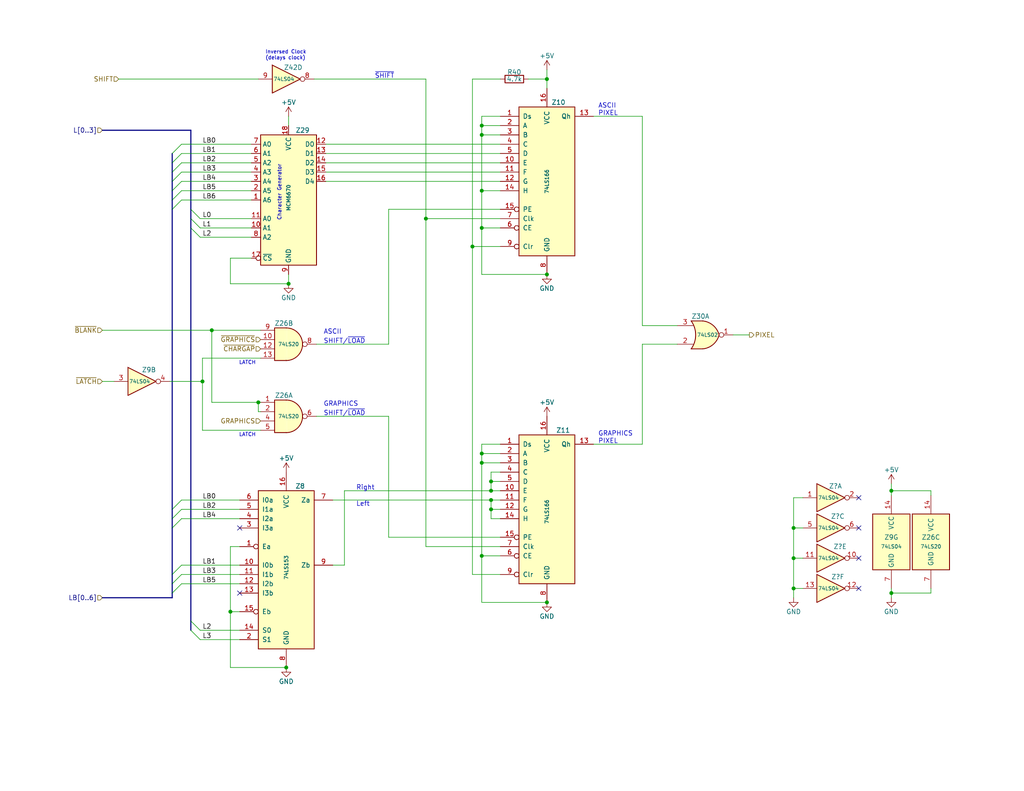
<source format=kicad_sch>
(kicad_sch (version 20230121) (generator eeschema)
  (paper "USLetter")
  (title_block (title "TRS-80 Model I") (date "2023-10-24") (rev "G") (company "RetroStack - Marcel Erz") (comment 2 "Video generator for text and block graphics through 7th bit selection") (comment 4 "Video Generator"))
  (lib_symbols
    (symbol "74xx:74LS02" (pin_names (offset 1.016))
      (property "Reference" "U" (at 0 1.27 0))
      (property "Value" "74LS02" (at 0 -1.27 0))
      (symbol "74LS02_1_1"
        (arc (start -3.81 -3.81) (mid -2.589 0) (end -3.81 3.81) (stroke (width 0.254)))
        (arc (start -0.6096 -3.81) (mid 2.1842 -2.5851) (end 3.81 0) (stroke (width 0.254)) (fill (type background)))
        (polyline (pts (xy -3.81 -3.81) (xy -0.635 -3.81)) (stroke (width 0.254)) (fill (type background)))
        (polyline (pts (xy -3.81 3.81) (xy -0.635 3.81)) (stroke (width 0.254)) (fill (type background)))
        (polyline (pts (xy -0.635 3.81) (xy -3.81 3.81) (xy -3.81 3.81) (xy -3.556 3.4036) (xy -3.0226 2.2606) (xy -2.6924 1.0414) (xy -2.6162 -0.254) (xy -2.7686 -1.4986) (xy -3.175 -2.7178) (xy -3.81 -3.81) (xy -3.81 -3.81) (xy -0.635 -3.81)) (stroke (width -25.4)) (fill (type background)))
        (arc (start 3.81 0) (mid 2.1915 2.5936) (end -0.6096 3.81) (stroke (width 0.254)) (fill (type background)))
        (pin output inverted (at 7.62 0 180) (length 3.81) (name "~") (number "1"))
        (pin input line (at -7.62 2.54 0) (length 4.318) (name "~") (number "2"))
        (pin input line (at -7.62 -2.54 0) (length 4.318) (name "~") (number "3"))
      )
      (symbol "74LS02_1_2"
        (arc (start 0 -3.81) (mid 3.7934 0) (end 0 3.81) (stroke (width 0.254)) (fill (type background)))
        (polyline (pts (xy 0 3.81) (xy -3.81 3.81) (xy -3.81 -3.81) (xy 0 -3.81)) (stroke (width 0.254)) (fill (type background)))
        (pin output line (at 7.62 0 180) (length 3.81) (name "~") (number "1"))
        (pin input inverted (at -7.62 2.54 0) (length 3.81) (name "~") (number "2"))
        (pin input inverted (at -7.62 -2.54 0) (length 3.81) (name "~") (number "3"))
      )
      (symbol "74LS02_2_1"
        (arc (start -3.81 -3.81) (mid -2.589 0) (end -3.81 3.81) (stroke (width 0.254)))
        (arc (start -0.6096 -3.81) (mid 2.1842 -2.5851) (end 3.81 0) (stroke (width 0.254)) (fill (type background)))
        (polyline (pts (xy -3.81 -3.81) (xy -0.635 -3.81)) (stroke (width 0.254)) (fill (type background)))
        (polyline (pts (xy -3.81 3.81) (xy -0.635 3.81)) (stroke (width 0.254)) (fill (type background)))
        (polyline (pts (xy -0.635 3.81) (xy -3.81 3.81) (xy -3.81 3.81) (xy -3.556 3.4036) (xy -3.0226 2.2606) (xy -2.6924 1.0414) (xy -2.6162 -0.254) (xy -2.7686 -1.4986) (xy -3.175 -2.7178) (xy -3.81 -3.81) (xy -3.81 -3.81) (xy -0.635 -3.81)) (stroke (width -25.4)) (fill (type background)))
        (arc (start 3.81 0) (mid 2.1915 2.5936) (end -0.6096 3.81) (stroke (width 0.254)) (fill (type background)))
        (pin output inverted (at 7.62 0 180) (length 3.81) (name "~") (number "4"))
        (pin input line (at -7.62 2.54 0) (length 4.318) (name "~") (number "5"))
        (pin input line (at -7.62 -2.54 0) (length 4.318) (name "~") (number "6"))
      )
      (symbol "74LS02_2_2"
        (arc (start 0 -3.81) (mid 3.7934 0) (end 0 3.81) (stroke (width 0.254)) (fill (type background)))
        (polyline (pts (xy 0 3.81) (xy -3.81 3.81) (xy -3.81 -3.81) (xy 0 -3.81)) (stroke (width 0.254)) (fill (type background)))
        (pin output line (at 7.62 0 180) (length 3.81) (name "~") (number "4"))
        (pin input inverted (at -7.62 2.54 0) (length 3.81) (name "~") (number "5"))
        (pin input inverted (at -7.62 -2.54 0) (length 3.81) (name "~") (number "6"))
      )
      (symbol "74LS02_3_1"
        (arc (start -3.81 -3.81) (mid -2.589 0) (end -3.81 3.81) (stroke (width 0.254)))
        (arc (start -0.6096 -3.81) (mid 2.1842 -2.5851) (end 3.81 0) (stroke (width 0.254)) (fill (type background)))
        (polyline (pts (xy -3.81 -3.81) (xy -0.635 -3.81)) (stroke (width 0.254)) (fill (type background)))
        (polyline (pts (xy -3.81 3.81) (xy -0.635 3.81)) (stroke (width 0.254)) (fill (type background)))
        (polyline (pts (xy -0.635 3.81) (xy -3.81 3.81) (xy -3.81 3.81) (xy -3.556 3.4036) (xy -3.0226 2.2606) (xy -2.6924 1.0414) (xy -2.6162 -0.254) (xy -2.7686 -1.4986) (xy -3.175 -2.7178) (xy -3.81 -3.81) (xy -3.81 -3.81) (xy -0.635 -3.81)) (stroke (width -25.4)) (fill (type background)))
        (arc (start 3.81 0) (mid 2.1915 2.5936) (end -0.6096 3.81) (stroke (width 0.254)) (fill (type background)))
        (pin output inverted (at 7.62 0 180) (length 3.81) (name "~") (number "10"))
        (pin input line (at -7.62 2.54 0) (length 4.318) (name "~") (number "8"))
        (pin input line (at -7.62 -2.54 0) (length 4.318) (name "~") (number "9"))
      )
      (symbol "74LS02_3_2"
        (arc (start 0 -3.81) (mid 3.7934 0) (end 0 3.81) (stroke (width 0.254)) (fill (type background)))
        (polyline (pts (xy 0 3.81) (xy -3.81 3.81) (xy -3.81 -3.81) (xy 0 -3.81)) (stroke (width 0.254)) (fill (type background)))
        (pin output line (at 7.62 0 180) (length 3.81) (name "~") (number "10"))
        (pin input inverted (at -7.62 2.54 0) (length 3.81) (name "~") (number "8"))
        (pin input inverted (at -7.62 -2.54 0) (length 3.81) (name "~") (number "9"))
      )
      (symbol "74LS02_4_1"
        (arc (start -3.81 -3.81) (mid -2.589 0) (end -3.81 3.81) (stroke (width 0.254)))
        (arc (start -0.6096 -3.81) (mid 2.1842 -2.5851) (end 3.81 0) (stroke (width 0.254)) (fill (type background)))
        (polyline (pts (xy -3.81 -3.81) (xy -0.635 -3.81)) (stroke (width 0.254)) (fill (type background)))
        (polyline (pts (xy -3.81 3.81) (xy -0.635 3.81)) (stroke (width 0.254)) (fill (type background)))
        (polyline (pts (xy -0.635 3.81) (xy -3.81 3.81) (xy -3.81 3.81) (xy -3.556 3.4036) (xy -3.0226 2.2606) (xy -2.6924 1.0414) (xy -2.6162 -0.254) (xy -2.7686 -1.4986) (xy -3.175 -2.7178) (xy -3.81 -3.81) (xy -3.81 -3.81) (xy -0.635 -3.81)) (stroke (width -25.4)) (fill (type background)))
        (arc (start 3.81 0) (mid 2.1915 2.5936) (end -0.6096 3.81) (stroke (width 0.254)) (fill (type background)))
        (pin input line (at -7.62 2.54 0) (length 4.318) (name "~") (number "11"))
        (pin input line (at -7.62 -2.54 0) (length 4.318) (name "~") (number "12"))
        (pin output inverted (at 7.62 0 180) (length 3.81) (name "~") (number "13"))
      )
      (symbol "74LS02_4_2"
        (arc (start 0 -3.81) (mid 3.7934 0) (end 0 3.81) (stroke (width 0.254)) (fill (type background)))
        (polyline (pts (xy 0 3.81) (xy -3.81 3.81) (xy -3.81 -3.81) (xy 0 -3.81)) (stroke (width 0.254)) (fill (type background)))
        (pin input inverted (at -7.62 2.54 0) (length 3.81) (name "~") (number "11"))
        (pin input inverted (at -7.62 -2.54 0) (length 3.81) (name "~") (number "12"))
        (pin output line (at 7.62 0 180) (length 3.81) (name "~") (number "13"))
      )
      (symbol "74LS02_5_0"
        (pin power_in line (at 0 12.7 270) (length 5.08) (name "VCC") (number "14"))
        (pin power_in line (at 0 -12.7 90) (length 5.08) (name "GND") (number "7"))
      )
      (symbol "74LS02_5_1"
        (rectangle (start -5.08 7.62) (end 5.08 -7.62) (stroke (width 0.254)) (fill (type background)))
      )
    )
    (symbol "74xx:74LS04"
      (property "Reference" "U" (at 0 1.27 0))
      (property "Value" "74LS04" (at 0 -1.27 0))
      (symbol "74LS04_1_0"
        (polyline (pts (xy -3.81 3.81) (xy -3.81 -3.81) (xy 3.81 0) (xy -3.81 3.81)) (stroke (width 0.254)) (fill (type background)))
        (pin input line (at -7.62 0 0) (length 3.81) (name "~") (number "1"))
        (pin output inverted (at 7.62 0 180) (length 3.81) (name "~") (number "2"))
      )
      (symbol "74LS04_2_0"
        (polyline (pts (xy -3.81 3.81) (xy -3.81 -3.81) (xy 3.81 0) (xy -3.81 3.81)) (stroke (width 0.254)) (fill (type background)))
        (pin input line (at -7.62 0 0) (length 3.81) (name "~") (number "3"))
        (pin output inverted (at 7.62 0 180) (length 3.81) (name "~") (number "4"))
      )
      (symbol "74LS04_3_0"
        (polyline (pts (xy -3.81 3.81) (xy -3.81 -3.81) (xy 3.81 0) (xy -3.81 3.81)) (stroke (width 0.254)) (fill (type background)))
        (pin input line (at -7.62 0 0) (length 3.81) (name "~") (number "5"))
        (pin output inverted (at 7.62 0 180) (length 3.81) (name "~") (number "6"))
      )
      (symbol "74LS04_4_0"
        (polyline (pts (xy -3.81 3.81) (xy -3.81 -3.81) (xy 3.81 0) (xy -3.81 3.81)) (stroke (width 0.254)) (fill (type background)))
        (pin output inverted (at 7.62 0 180) (length 3.81) (name "~") (number "8"))
        (pin input line (at -7.62 0 0) (length 3.81) (name "~") (number "9"))
      )
      (symbol "74LS04_5_0"
        (polyline (pts (xy -3.81 3.81) (xy -3.81 -3.81) (xy 3.81 0) (xy -3.81 3.81)) (stroke (width 0.254)) (fill (type background)))
        (pin output inverted (at 7.62 0 180) (length 3.81) (name "~") (number "10"))
        (pin input line (at -7.62 0 0) (length 3.81) (name "~") (number "11"))
      )
      (symbol "74LS04_6_0"
        (polyline (pts (xy -3.81 3.81) (xy -3.81 -3.81) (xy 3.81 0) (xy -3.81 3.81)) (stroke (width 0.254)) (fill (type background)))
        (pin output inverted (at 7.62 0 180) (length 3.81) (name "~") (number "12"))
        (pin input line (at -7.62 0 0) (length 3.81) (name "~") (number "13"))
      )
      (symbol "74LS04_7_0"
        (pin power_in line (at 0 12.7 270) (length 5.08) (name "VCC") (number "14"))
        (pin power_in line (at 0 -12.7 90) (length 5.08) (name "GND") (number "7"))
      )
      (symbol "74LS04_7_1"
        (rectangle (start -5.08 7.62) (end 5.08 -7.62) (stroke (width 0.254)) (fill (type background)))
      )
    )
    (symbol "74xx:74LS153" (pin_names (offset 1.016))
      (property "Reference" "U" (at -7.62 21.59 0))
      (property "Value" "74LS153" (at -7.62 -24.13 0))
      (symbol "74LS153_1_0"
        (pin input inverted (at -12.7 5.08 0) (length 5.08) (name "Ea") (number "1"))
        (pin input line (at -12.7 0 0) (length 5.08) (name "I0b") (number "10"))
        (pin input line (at -12.7 -2.54 0) (length 5.08) (name "I1b") (number "11"))
        (pin input line (at -12.7 -5.08 0) (length 5.08) (name "I2b") (number "12"))
        (pin input line (at -12.7 -7.62 0) (length 5.08) (name "I3b") (number "13"))
        (pin input line (at -12.7 -17.78 0) (length 5.08) (name "S0") (number "14"))
        (pin input inverted (at -12.7 -12.7 0) (length 5.08) (name "Eb") (number "15"))
        (pin power_in line (at 0 25.4 270) (length 5.08) (name "VCC") (number "16"))
        (pin input line (at -12.7 -20.32 0) (length 5.08) (name "S1") (number "2"))
        (pin input line (at -12.7 10.16 0) (length 5.08) (name "I3a") (number "3"))
        (pin input line (at -12.7 12.7 0) (length 5.08) (name "I2a") (number "4"))
        (pin input line (at -12.7 15.24 0) (length 5.08) (name "I1a") (number "5"))
        (pin input line (at -12.7 17.78 0) (length 5.08) (name "I0a") (number "6"))
        (pin output line (at 12.7 17.78 180) (length 5.08) (name "Za") (number "7"))
        (pin power_in line (at 0 -27.94 90) (length 5.08) (name "GND") (number "8"))
        (pin output line (at 12.7 0 180) (length 5.08) (name "Zb") (number "9"))
      )
      (symbol "74LS153_1_1"
        (rectangle (start -7.62 20.32) (end 7.62 -22.86) (stroke (width 0.254)) (fill (type background)))
      )
    )
    (symbol "74xx:74LS166" (pin_names (offset 1.016))
      (property "Reference" "U" (at -7.62 21.59 0))
      (property "Value" "74LS166" (at -7.62 -21.59 0))
      (symbol "74LS166_1_0"
        (pin input line (at -12.7 17.78 0) (length 5.08) (name "Ds") (number "1"))
        (pin input line (at -12.7 5.08 0) (length 5.08) (name "E") (number "10"))
        (pin input line (at -12.7 2.54 0) (length 5.08) (name "F") (number "11"))
        (pin input line (at -12.7 0 0) (length 5.08) (name "G") (number "12"))
        (pin output line (at 12.7 17.78 180) (length 5.08) (name "Qh") (number "13"))
        (pin input line (at -12.7 -2.54 0) (length 5.08) (name "H") (number "14"))
        (pin input inverted (at -12.7 -7.62 0) (length 5.08) (name "PE") (number "15"))
        (pin power_in line (at 0 25.4 270) (length 5.08) (name "VCC") (number "16"))
        (pin input line (at -12.7 15.24 0) (length 5.08) (name "A") (number "2"))
        (pin input line (at -12.7 12.7 0) (length 5.08) (name "B") (number "3"))
        (pin input line (at -12.7 10.16 0) (length 5.08) (name "C") (number "4"))
        (pin input line (at -12.7 7.62 0) (length 5.08) (name "D") (number "5"))
        (pin input inverted (at -12.7 -12.7 0) (length 5.08) (name "CE") (number "6"))
        (pin input line (at -12.7 -10.16 0) (length 5.08) (name "Clk") (number "7"))
        (pin power_in line (at 0 -25.4 90) (length 5.08) (name "GND") (number "8"))
        (pin input inverted (at -12.7 -17.78 0) (length 5.08) (name "Clr") (number "9"))
      )
      (symbol "74LS166_1_1"
        (rectangle (start -7.62 20.32) (end 7.62 -20.32) (stroke (width 0.254)) (fill (type background)))
      )
    )
    (symbol "74xx:74LS20" (pin_names (offset 1.016))
      (property "Reference" "U" (at 0 1.27 0))
      (property "Value" "74LS20" (at 0 -1.27 0))
      (symbol "74LS20_1_1"
        (arc (start -0.635 -4.445) (mid 3.7907 0) (end -0.635 4.445) (stroke (width 0.254)) (fill (type background)))
        (polyline (pts (xy -0.635 4.445) (xy -3.81 4.445) (xy -3.81 -4.445) (xy -0.635 -4.445)) (stroke (width 0.254)) (fill (type background)))
        (pin input line (at -7.62 3.81 0) (length 3.81) (name "~") (number "1"))
        (pin input line (at -7.62 1.27 0) (length 3.81) (name "~") (number "2"))
        (pin input line (at -7.62 -1.27 0) (length 3.81) (name "~") (number "4"))
        (pin input line (at -7.62 -3.81 0) (length 3.81) (name "~") (number "5"))
        (pin output inverted (at 7.62 0 180) (length 3.81) (name "~") (number "6"))
      )
      (symbol "74LS20_1_2"
        (arc (start -3.81 -4.445) (mid -2.5908 0) (end -3.81 4.445) (stroke (width 0.254)))
        (arc (start -0.6096 -4.445) (mid 2.2246 -2.8422) (end 3.81 0) (stroke (width 0.254)) (fill (type background)))
        (polyline (pts (xy -3.81 -4.445) (xy -0.635 -4.445)) (stroke (width 0.254)) (fill (type background)))
        (polyline (pts (xy -3.81 4.445) (xy -0.635 4.445)) (stroke (width 0.254)) (fill (type background)))
        (polyline (pts (xy -0.635 4.445) (xy -3.81 4.445) (xy -3.81 4.445) (xy -3.6322 4.0894) (xy -3.0988 2.921) (xy -2.7686 1.6764) (xy -2.6162 0.4318) (xy -2.6416 -0.8636) (xy -2.8702 -2.1082) (xy -3.2512 -3.3274) (xy -3.81 -4.445) (xy -3.81 -4.445) (xy -0.635 -4.445)) (stroke (width -25.4)) (fill (type background)))
        (arc (start 3.81 0) (mid 2.2204 2.8379) (end -0.6096 4.445) (stroke (width 0.254)) (fill (type background)))
        (pin input inverted (at -7.62 3.81 0) (length 3.81) (name "~") (number "1"))
        (pin input inverted (at -7.62 1.27 0) (length 4.826) (name "~") (number "2"))
        (pin input inverted (at -7.62 -1.27 0) (length 4.826) (name "~") (number "4"))
        (pin input inverted (at -7.62 -3.81 0) (length 3.81) (name "~") (number "5"))
        (pin output line (at 7.62 0 180) (length 3.81) (name "~") (number "6"))
      )
      (symbol "74LS20_2_1"
        (arc (start -0.635 -4.445) (mid 3.7907 0) (end -0.635 4.445) (stroke (width 0.254)) (fill (type background)))
        (polyline (pts (xy -0.635 4.445) (xy -3.81 4.445) (xy -3.81 -4.445) (xy -0.635 -4.445)) (stroke (width 0.254)) (fill (type background)))
        (pin input line (at -7.62 1.27 0) (length 3.81) (name "~") (number "10"))
        (pin input line (at -7.62 -1.27 0) (length 3.81) (name "~") (number "12"))
        (pin input line (at -7.62 -3.81 0) (length 3.81) (name "~") (number "13"))
        (pin output inverted (at 7.62 0 180) (length 3.81) (name "~") (number "8"))
        (pin input line (at -7.62 3.81 0) (length 3.81) (name "~") (number "9"))
      )
      (symbol "74LS20_2_2"
        (arc (start -3.81 -4.445) (mid -2.5908 0) (end -3.81 4.445) (stroke (width 0.254)))
        (arc (start -0.6096 -4.445) (mid 2.2246 -2.8422) (end 3.81 0) (stroke (width 0.254)) (fill (type background)))
        (polyline (pts (xy -3.81 -4.445) (xy -0.635 -4.445)) (stroke (width 0.254)) (fill (type background)))
        (polyline (pts (xy -3.81 4.445) (xy -0.635 4.445)) (stroke (width 0.254)) (fill (type background)))
        (polyline (pts (xy -0.635 4.445) (xy -3.81 4.445) (xy -3.81 4.445) (xy -3.6322 4.0894) (xy -3.0988 2.921) (xy -2.7686 1.6764) (xy -2.6162 0.4318) (xy -2.6416 -0.8636) (xy -2.8702 -2.1082) (xy -3.2512 -3.3274) (xy -3.81 -4.445) (xy -3.81 -4.445) (xy -0.635 -4.445)) (stroke (width -25.4)) (fill (type background)))
        (arc (start 3.81 0) (mid 2.2204 2.8379) (end -0.6096 4.445) (stroke (width 0.254)) (fill (type background)))
        (pin input inverted (at -7.62 1.27 0) (length 4.826) (name "~") (number "10"))
        (pin input inverted (at -7.62 -1.27 0) (length 4.826) (name "~") (number "12"))
        (pin input inverted (at -7.62 -3.81 0) (length 3.81) (name "~") (number "13"))
        (pin output line (at 7.62 0 180) (length 3.81) (name "~") (number "8"))
        (pin input inverted (at -7.62 3.81 0) (length 3.81) (name "~") (number "9"))
      )
      (symbol "74LS20_3_0"
        (pin power_in line (at 0 12.7 270) (length 5.08) (name "VCC") (number "14"))
        (pin power_in line (at 0 -12.7 90) (length 5.08) (name "GND") (number "7"))
      )
      (symbol "74LS20_3_1"
        (rectangle (start -5.08 7.62) (end 5.08 -7.62) (stroke (width 0.254)) (fill (type background)))
      )
    )
    (symbol "Device:R" (pin_numbers hide) (pin_names (offset 0))
      (property "Reference" "R" (at 2.032 0 90))
      (property "Value" "R" (at 0 0 90))
      (symbol "R_0_1"
        (rectangle (start -1.016 -2.54) (end 1.016 2.54) (stroke (width 0.254)))
      )
      (symbol "R_1_1"
        (pin passive line (at 0 3.81 270) (length 1.27) (name "~") (number "1"))
        (pin passive line (at 0 -3.81 90) (length 1.27) (name "~") (number "2"))
      )
    )
    (symbol "RetroStackLibrary:MCM6670P"
      (property "Reference" "U" (at 0 0 0))
      (property "Value" "MCM6670" (at 0 0 0))
      (symbol "MCM6670P_1_1"
        (rectangle (start -7.62 -5.715) (end 7.62 -41.275) (stroke (width 0.254)) (fill (type background)))
        (pin input line (at -10.16 -23.495 0) (length 2.54) (name "A6") (number "1"))
        (pin input line (at -10.16 -31.115 0) (length 2.54) (name "A1") (number "10"))
        (pin input line (at -10.16 -28.575 0) (length 2.54) (name "A0") (number "11"))
        (pin output line (at 10.16 -8.255 180) (length 2.54) (name "D0") (number "12"))
        (pin output line (at 10.16 -10.795 180) (length 2.54) (name "D1") (number "13"))
        (pin output line (at 10.16 -13.335 180) (length 2.54) (name "D2") (number "14"))
        (pin output line (at 10.16 -15.875 180) (length 2.54) (name "D3") (number "15"))
        (pin output line (at 10.16 -18.415 180) (length 2.54) (name "D4") (number "16"))
        (pin input inverted (at -10.16 -39.37 0) (length 2.54) (name "~{CS}") (number "17"))
        (pin power_in line (at 0 -3.175 270) (length 2.54) (name "VCC") (number "18"))
        (pin input line (at -10.16 -20.955 0) (length 2.54) (name "A5") (number "2"))
        (pin input line (at -10.16 -18.415 0) (length 2.54) (name "A4") (number "3"))
        (pin input line (at -10.16 -15.875 0) (length 2.54) (name "A3") (number "4"))
        (pin input line (at -10.16 -13.335 0) (length 2.54) (name "A2") (number "5"))
        (pin input line (at -10.16 -10.795 0) (length 2.54) (name "A1") (number "6"))
        (pin input line (at -10.16 -8.255 0) (length 2.54) (name "A0") (number "7"))
        (pin input line (at -10.16 -33.655 0) (length 2.54) (name "A2") (number "8"))
        (pin power_in line (at 0 -43.815 90) (length 2.54) (name "GND") (number "9"))
      )
    )
    (symbol "power:+5V" (power) (pin_names (offset 0))
      (property "Value" "+5V" (at 0 3.556 0))
      (symbol "+5V_0_1"
        (polyline (pts (xy -0.762 1.27) (xy 0 2.54)))
        (polyline (pts (xy 0 0) (xy 0 2.54)))
        (polyline (pts (xy 0 2.54) (xy 0.762 1.27)))
      )
      (symbol "+5V_1_1"
        (pin power_in line (at 0 0 90) (length 0) hide (name "+5V") (number "1"))
      )
    )
    (symbol "power:GND" (power) (pin_names (offset 0))
      (property "Value" "GND" (at 0 -3.81 0))
      (symbol "GND_0_1"
        (polyline (pts (xy 0 0) (xy 0 -1.27) (xy 1.27 -1.27) (xy 0 -2.54) (xy -1.27 -1.27) (xy 0 -1.27)))
      )
      (symbol "GND_1_1"
        (pin power_in line (at 0 0 270) (length 0) hide (name "GND") (number "1"))
      )
    )
  )
  (junction (at 57.785 90.17))
  (junction (at 133.985 133.985))
  (junction (at 131.445 36.83))
  (junction (at 55.245 104.14))
  (junction (at 78.74 77.47))
  (junction (at 216.535 144.145))
  (junction (at 131.445 34.29))
  (junction (at 62.865 167.005))
  (junction (at 216.535 152.4))
  (junction (at 131.445 126.365))
  (junction (at 149.225 74.93))
  (junction (at 243.205 133.985))
  (junction (at 133.985 136.525))
  (junction (at 216.535 160.655))
  (junction (at 243.205 161.925))
  (junction (at 78.105 182.245))
  (junction (at 133.985 131.445))
  (junction (at 131.445 52.07))
  (junction (at 70.485 109.855))
  (junction (at 131.445 62.23))
  (junction (at 116.205 59.69))
  (junction (at 131.445 151.765))
  (junction (at 131.445 123.825))
  (junction (at 149.225 164.465))
  (junction (at 133.985 139.065))
  (junction (at 128.905 67.31))
  (junction (at 149.225 21.59))
  (no_connect (at 65.405 161.925))
  (no_connect (at 234.315 135.89))
  (no_connect (at 234.315 144.145))
  (no_connect (at 234.315 160.655))
  (no_connect (at 65.405 144.145))
  (no_connect (at 234.315 152.4))
  (bus_entry (at 46.99 159.385) (size 2.54 -2.54))
  (bus_entry (at 46.99 52.07) (size 2.54 -2.54))
  (bus_entry (at 46.99 161.925) (size 2.54 -2.54))
  (bus_entry (at 46.99 156.845) (size 2.54 -2.54))
  (bus_entry (at 52.07 62.23) (size 2.54 2.54))
  (bus_entry (at 46.99 41.91) (size 2.54 -2.54))
  (bus_entry (at 52.07 172.085) (size 2.54 2.54))
  (bus_entry (at 46.99 46.99) (size 2.54 -2.54))
  (bus_entry (at 52.07 169.545) (size 2.54 2.54))
  (bus_entry (at 46.99 141.605) (size 2.54 -2.54))
  (bus_entry (at 52.07 57.15) (size 2.54 2.54))
  (bus_entry (at 46.99 57.15) (size 2.54 -2.54))
  (bus_entry (at 46.99 44.45) (size 2.54 -2.54))
  (bus_entry (at 46.99 49.53) (size 2.54 -2.54))
  (bus_entry (at 46.99 54.61) (size 2.54 -2.54))
  (bus_entry (at 46.99 139.065) (size 2.54 -2.54))
  (bus_entry (at 46.99 144.145) (size 2.54 -2.54))
  (bus_entry (at 52.07 59.69) (size 2.54 2.54))
  (wire (pts (xy 204.47 91.44) (xy 200.025 91.44)))
  (wire (pts (xy 175.26 88.9) (xy 175.26 31.75)))
  (wire (pts (xy 243.205 132.08) (xy 243.205 133.985)))
  (bus (pts (xy 52.07 62.23) (xy 52.07 169.545)))
  (wire (pts (xy 49.53 39.37) (xy 68.58 39.37)))
  (wire (pts (xy 55.245 117.475) (xy 55.245 104.14)))
  (wire (pts (xy 131.445 62.23) (xy 136.525 62.23)))
  (wire (pts (xy 54.61 62.23) (xy 68.58 62.23)))
  (wire (pts (xy 70.485 109.855) (xy 71.12 109.855)))
  (wire (pts (xy 161.925 31.75) (xy 175.26 31.75)))
  (wire (pts (xy 106.045 146.685) (xy 136.525 146.685)))
  (wire (pts (xy 131.445 151.765) (xy 136.525 151.765)))
  (wire (pts (xy 131.445 126.365) (xy 131.445 151.765)))
  (wire (pts (xy 175.26 93.98) (xy 175.26 121.285)))
  (bus (pts (xy 27.94 163.195) (xy 46.99 163.195)))
  (wire (pts (xy 85.725 21.59) (xy 116.205 21.59)))
  (wire (pts (xy 161.925 121.285) (xy 175.26 121.285)))
  (wire (pts (xy 136.525 128.905) (xy 133.985 128.905)))
  (wire (pts (xy 131.445 123.825) (xy 131.445 126.365)))
  (wire (pts (xy 133.985 141.605) (xy 133.985 139.065)))
  (wire (pts (xy 54.61 172.085) (xy 65.405 172.085)))
  (wire (pts (xy 216.535 144.145) (xy 219.075 144.145)))
  (wire (pts (xy 57.785 109.855) (xy 57.785 90.17)))
  (wire (pts (xy 136.525 141.605) (xy 133.985 141.605)))
  (wire (pts (xy 184.785 88.9) (xy 175.26 88.9)))
  (wire (pts (xy 88.9 44.45) (xy 136.525 44.45)))
  (wire (pts (xy 55.245 97.79) (xy 55.245 104.14)))
  (wire (pts (xy 106.045 57.15) (xy 136.525 57.15)))
  (wire (pts (xy 131.445 123.825) (xy 136.525 123.825)))
  (wire (pts (xy 106.045 113.665) (xy 106.045 146.685)))
  (wire (pts (xy 106.045 93.98) (xy 106.045 57.15)))
  (wire (pts (xy 54.61 174.625) (xy 65.405 174.625)))
  (wire (pts (xy 71.12 117.475) (xy 55.245 117.475)))
  (wire (pts (xy 131.445 52.07) (xy 136.525 52.07)))
  (wire (pts (xy 93.98 154.305) (xy 93.98 133.985)))
  (wire (pts (xy 133.985 139.065) (xy 136.525 139.065)))
  (wire (pts (xy 216.535 163.195) (xy 216.535 160.655)))
  (wire (pts (xy 133.985 139.065) (xy 133.985 136.525)))
  (wire (pts (xy 27.94 90.17) (xy 57.785 90.17)))
  (wire (pts (xy 136.525 131.445) (xy 133.985 131.445)))
  (wire (pts (xy 49.53 54.61) (xy 68.58 54.61)))
  (bus (pts (xy 46.99 159.385) (xy 46.99 161.925)))
  (wire (pts (xy 49.53 136.525) (xy 65.405 136.525)))
  (bus (pts (xy 46.99 139.065) (xy 46.99 141.605)))
  (wire (pts (xy 254 133.985) (xy 243.205 133.985)))
  (wire (pts (xy 128.905 21.59) (xy 128.905 67.31)))
  (wire (pts (xy 149.225 21.59) (xy 149.225 24.13)))
  (wire (pts (xy 116.205 149.225) (xy 136.525 149.225)))
  (wire (pts (xy 62.865 182.245) (xy 78.105 182.245)))
  (wire (pts (xy 32.385 21.59) (xy 70.485 21.59)))
  (wire (pts (xy 49.53 52.07) (xy 68.58 52.07)))
  (wire (pts (xy 216.535 144.145) (xy 216.535 152.4)))
  (wire (pts (xy 136.525 21.59) (xy 128.905 21.59)))
  (wire (pts (xy 131.445 34.29) (xy 136.525 34.29)))
  (wire (pts (xy 62.865 70.485) (xy 68.58 70.485)))
  (wire (pts (xy 131.445 126.365) (xy 136.525 126.365)))
  (bus (pts (xy 46.99 49.53) (xy 46.99 52.07)))
  (wire (pts (xy 131.445 52.07) (xy 131.445 62.23)))
  (wire (pts (xy 71.12 97.79) (xy 55.245 97.79)))
  (bus (pts (xy 52.07 59.69) (xy 52.07 57.15)))
  (wire (pts (xy 136.525 31.75) (xy 131.445 31.75)))
  (wire (pts (xy 49.53 154.305) (xy 65.405 154.305)))
  (wire (pts (xy 216.535 135.89) (xy 216.535 144.145)))
  (wire (pts (xy 49.53 141.605) (xy 65.405 141.605)))
  (wire (pts (xy 90.805 136.525) (xy 133.985 136.525)))
  (wire (pts (xy 144.145 21.59) (xy 149.225 21.59)))
  (wire (pts (xy 219.075 135.89) (xy 216.535 135.89)))
  (bus (pts (xy 46.99 144.145) (xy 46.99 156.845)))
  (wire (pts (xy 131.445 62.23) (xy 131.445 74.93)))
  (wire (pts (xy 86.36 93.98) (xy 106.045 93.98)))
  (wire (pts (xy 93.98 133.985) (xy 133.985 133.985)))
  (wire (pts (xy 116.205 59.69) (xy 116.205 149.225)))
  (wire (pts (xy 184.785 93.98) (xy 175.26 93.98)))
  (wire (pts (xy 131.445 34.29) (xy 131.445 36.83)))
  (wire (pts (xy 49.53 156.845) (xy 65.405 156.845)))
  (bus (pts (xy 27.94 35.56) (xy 52.07 35.56)))
  (bus (pts (xy 46.99 46.99) (xy 46.99 49.53)))
  (wire (pts (xy 116.205 59.69) (xy 136.525 59.69)))
  (wire (pts (xy 46.355 104.14) (xy 55.245 104.14)))
  (wire (pts (xy 133.985 128.905) (xy 133.985 131.445)))
  (wire (pts (xy 216.535 152.4) (xy 216.535 160.655)))
  (wire (pts (xy 131.445 164.465) (xy 149.225 164.465)))
  (bus (pts (xy 46.99 141.605) (xy 46.99 144.145)))
  (wire (pts (xy 54.61 59.69) (xy 68.58 59.69)))
  (wire (pts (xy 131.445 121.285) (xy 131.445 123.825)))
  (wire (pts (xy 88.9 49.53) (xy 136.525 49.53)))
  (wire (pts (xy 62.865 70.485) (xy 62.865 77.47)))
  (bus (pts (xy 46.99 57.15) (xy 46.99 139.065)))
  (wire (pts (xy 216.535 160.655) (xy 219.075 160.655)))
  (wire (pts (xy 62.865 77.47) (xy 78.74 77.47)))
  (bus (pts (xy 52.07 169.545) (xy 52.07 172.085)))
  (wire (pts (xy 116.205 21.59) (xy 116.205 59.69)))
  (wire (pts (xy 133.985 136.525) (xy 136.525 136.525)))
  (wire (pts (xy 136.525 121.285) (xy 131.445 121.285)))
  (wire (pts (xy 243.205 161.925) (xy 243.205 163.195)))
  (wire (pts (xy 62.865 149.225) (xy 62.865 167.005)))
  (wire (pts (xy 136.525 133.985) (xy 133.985 133.985)))
  (wire (pts (xy 71.12 112.395) (xy 70.485 112.395)))
  (wire (pts (xy 131.445 74.93) (xy 149.225 74.93)))
  (bus (pts (xy 46.99 44.45) (xy 46.99 46.99)))
  (bus (pts (xy 52.07 62.23) (xy 52.07 59.69)))
  (wire (pts (xy 88.9 41.91) (xy 136.525 41.91)))
  (wire (pts (xy 254 161.925) (xy 243.205 161.925)))
  (wire (pts (xy 128.905 156.845) (xy 136.525 156.845)))
  (wire (pts (xy 254 135.255) (xy 254 133.985)))
  (wire (pts (xy 62.865 167.005) (xy 62.865 182.245)))
  (wire (pts (xy 49.53 159.385) (xy 65.405 159.385)))
  (bus (pts (xy 46.99 161.925) (xy 46.99 163.195)))
  (wire (pts (xy 86.36 113.665) (xy 106.045 113.665)))
  (wire (pts (xy 131.445 151.765) (xy 131.445 164.465)))
  (wire (pts (xy 243.205 160.655) (xy 243.205 161.925)))
  (wire (pts (xy 131.445 31.75) (xy 131.445 34.29)))
  (wire (pts (xy 31.115 104.14) (xy 27.94 104.14)))
  (wire (pts (xy 70.485 112.395) (xy 70.485 109.855)))
  (wire (pts (xy 49.53 139.065) (xy 65.405 139.065)))
  (wire (pts (xy 131.445 36.83) (xy 131.445 52.07)))
  (bus (pts (xy 46.99 156.845) (xy 46.99 159.385)))
  (wire (pts (xy 128.905 67.31) (xy 136.525 67.31)))
  (wire (pts (xy 216.535 152.4) (xy 219.075 152.4)))
  (wire (pts (xy 243.205 133.985) (xy 243.205 135.255)))
  (bus (pts (xy 46.99 52.07) (xy 46.99 54.61)))
  (wire (pts (xy 57.785 90.17) (xy 71.12 90.17)))
  (wire (pts (xy 131.445 36.83) (xy 136.525 36.83)))
  (wire (pts (xy 70.485 109.855) (xy 57.785 109.855)))
  (wire (pts (xy 90.805 154.305) (xy 93.98 154.305)))
  (wire (pts (xy 88.9 39.37) (xy 136.525 39.37)))
  (wire (pts (xy 78.74 31.75) (xy 78.74 34.29)))
  (wire (pts (xy 54.61 64.77) (xy 68.58 64.77)))
  (wire (pts (xy 149.225 19.05) (xy 149.225 21.59)))
  (bus (pts (xy 52.07 57.15) (xy 52.07 35.56)))
  (wire (pts (xy 254 160.655) (xy 254 161.925)))
  (bus (pts (xy 46.99 41.91) (xy 46.99 44.45)))
  (wire (pts (xy 78.74 74.93) (xy 78.74 77.47)))
  (bus (pts (xy 46.99 54.61) (xy 46.99 57.15)))
  (wire (pts (xy 49.53 46.99) (xy 68.58 46.99)))
  (wire (pts (xy 133.985 133.985) (xy 133.985 131.445)))
  (wire (pts (xy 65.405 149.225) (xy 62.865 149.225)))
  (wire (pts (xy 49.53 41.91) (xy 68.58 41.91)))
  (wire (pts (xy 49.53 49.53) (xy 68.58 49.53)))
  (wire (pts (xy 128.905 67.31) (xy 128.905 156.845)))
  (wire (pts (xy 49.53 44.45) (xy 68.58 44.45)))
  (wire (pts (xy 88.9 46.99) (xy 136.525 46.99)))
  (wire (pts (xy 62.865 167.005) (xy 65.405 167.005)))
  (text "ASCII" (at 88.265 91.44 0) (effects (font (size 1.27 1.27)) (justify left bottom)))
  (text "SHIFT/~{LOAD}" (at 88.265 113.665 0) (effects (font (size 1.27 1.27)) (justify left bottom)))
  (text "LATCH" (at 69.85 99.695 0) (effects (font (size 1 1)) (justify right bottom)))
  (text "Right" (at 97.155 133.985 0) (effects (font (size 1.27 1.27)) (justify left bottom)))
  (text "GRAPHICS\nPIXEL" (at 163.195 121.285 0) (effects (font (size 1.27 1.27)) (justify left bottom)))
  (text "Left" (at 97.155 138.43 0) (effects (font (size 1.27 1.27)) (justify left bottom)))
  (text "LATCH" (at 69.85 119.38 0) (effects (font (size 1 1)) (justify right bottom)))
  (text "SHIFT/~{LOAD}" (at 88.265 93.98 0) (effects (font (size 1.27 1.27)) (justify left bottom)))
  (text "Character Generator" (at 76.835 60.325 90) (effects (font (size 1 1)) (justify left bottom)))
  (text "GRAPHICS" (at 88.265 111.125 0) (effects (font (size 1.27 1.27)) (justify left bottom)))
  (text "~{SHIFT}" (at 102.235 21.59 0) (effects (font (size 1.27 1.27)) (justify left bottom)))
  (text "ASCII\nPIXEL" (at 163.195 31.75 0) (effects (font (size 1.27 1.27)) (justify left bottom)))
  (text "Inversed Clock\n(delays clock)" (at 72.39 16.51 0) (effects (font (size 1 1)) (justify left bottom)))
  (label "LB3" (at 55.245 156.845 0))
  (label "LB2" (at 55.245 139.065 0))
  (label "LB6" (at 55.245 54.61 0))
  (label "LB0" (at 55.245 39.37 0))
  (label "LB0" (at 55.245 136.525 0))
  (label "LB4" (at 55.245 141.605 0))
  (label "LB4" (at 55.245 49.53 0))
  (label "L2" (at 55.245 64.77 0))
  (label "LB1" (at 55.245 154.305 0))
  (label "L1" (at 55.245 62.23 0))
  (label "LB3" (at 55.245 46.99 0))
  (label "L2" (at 55.245 172.085 0))
  (label "L3" (at 55.245 174.625 0))
  (label "LB2" (at 55.245 44.45 0))
  (label "LB5" (at 55.245 159.385 0))
  (label "LB1" (at 55.245 41.91 0))
  (label "L0" (at 55.245 59.69 0))
  (label "LB5" (at 55.245 52.07 0))
  (hierarchical_label "L[0..3]" (shape input) (at 27.94 35.56 180))
  (hierarchical_label "~{BLANK}" (shape input) (at 27.94 90.17 180))
  (hierarchical_label "GRAPHICS" (shape input) (at 71.12 114.935 180))
  (hierarchical_label "LB[0..6]" (shape input) (at 27.94 163.195 180))
  (hierarchical_label "~{CHARGAP}" (shape input) (at 71.12 95.25 180))
  (hierarchical_label "SHIFT" (shape input) (at 32.385 21.59 180))
  (hierarchical_label "~{GRAPHICS}" (shape input) (at 71.12 92.71 180))
  (hierarchical_label "~{LATCH}" (shape input) (at 27.94 104.14 180))
  (hierarchical_label "PIXEL" (shape output) (at 204.47 91.44 0))
  (symbol (lib_id "74xx:74LS04") (at 226.695 152.4 0) (unit 5)
    (property "Reference" "Z?" (at 229.235 149.225 0))
    (property "Value" "74LS04" (at 226.06 152.4 0) (effects (font (size 1 1))))
    (property "Footprint" "RetroStackLibrary:TRS80_Model_I_DIP14" (effects hide))
    (property "Datasheet" "http://www.ti.com/lit/gpn/sn74LS04" (effects hide))
    (instances (project "TRS80_Model_I_G" (path "" (reference "Z?") (unit 5)) (path "" (reference "Z9") (unit 5))))
  )
  (symbol (lib_id "power:+5V") (at 149.225 19.05 0) (unit 1)
    (property "Reference" "#PWR015" (effects hide))
    (property "Value" "+5V" (at 149.225 15.24 0))
    (instances (project "TRS80_Model_I_G" (path "" (reference "#PWR015") (unit 1)) (path "" (reference "#PWR059") (unit 1))))
  )
  (symbol (lib_id "74xx:74LS04") (at 38.735 104.14 0) (unit 2)
    (property "Reference" "Z9" (at 40.64 100.965 0))
    (property "Value" "74LS04" (at 38.1 104.14 0) (effects (font (size 1 1))))
    (property "Footprint" "RetroStackLibrary:TRS80_Model_I_DIP14" (effects hide))
    (property "Datasheet" "http://www.ti.com/lit/gpn/sn74LS04" (effects hide))
    (instances (project "Replica" (path "" (reference "Z9") (unit 2))) (project "TRS80_Model_I_G" (path "" (reference "Z?") (unit 2)) (path "" (reference "Z9") (unit 2))))
  )
  (symbol (lib_id "74xx:74LS04") (at 226.695 144.145 0) (unit 3)
    (property "Reference" "Z?" (at 228.6 140.97 0))
    (property "Value" "74LS04" (at 226.06 144.145 0) (effects (font (size 1 1))))
    (property "Footprint" "RetroStackLibrary:TRS80_Model_I_DIP14" (effects hide))
    (property "Datasheet" "http://www.ti.com/lit/gpn/sn74LS04" (effects hide))
    (instances (project "TRS80_Model_I_G" (path "" (reference "Z?") (unit 3)) (path "" (reference "Z9") (unit 3))))
  )
  (symbol (lib_id "power:GND") (at 149.225 74.93 0) (unit 1)
    (property "Reference" "#PWR014" (effects hide))
    (property "Value" "GND" (at 149.225 78.74 0))
    (instances (project "TRS80_Model_I_G" (path "" (reference "#PWR014") (unit 1)) (path "" (reference "#PWR060") (unit 1))))
  )
  (symbol (lib_id "74xx:74LS02") (at 192.405 91.44 0) (mirror x) (unit 1)
    (property "Reference" "Z30" (at 191.135 86.36 0))
    (property "Value" "74LS02" (at 193.04 91.44 0) (effects (font (size 1 1))))
    (property "Footprint" "RetroStackLibrary:TRS80_Model_I_DIP14" (effects hide))
    (property "Datasheet" "http://www.ti.com/lit/gpn/sn74ls02" (effects hide))
    (instances (project "Replica" (path "" (reference "Z30") (unit 1))) (project "TRS80_Model_I_G" (path "" (reference "Z?") (unit 1)) (path "" (reference "Z30") (unit 1))))
  )
  (symbol (lib_id "power:GND") (at 243.205 163.195 0) (unit 1)
    (property "Reference" "#PWR014" (effects hide))
    (property "Value" "GND" (at 243.205 167.005 0))
    (instances (project "TRS80_Model_I_G" (path "" (reference "#PWR014") (unit 1)) (path "" (reference "#PWR084") (unit 1)) (path "" (reference "#PWR065") (unit 1))))
  )
  (symbol (lib_id "Device:R") (at 140.335 21.59 90) (unit 1)
    (property "Reference" "R40" (at 140.335 19.685 90))
    (property "Value" "4.7k" (at 140.335 21.59 90))
    (property "Footprint" "RetroStackLibrary:TRS80_Model_I_R_0.25W" (effects hide))
    (instances (project "Replica" (path "" (reference "R40") (unit 1))) (project "TRS80_Model_I_G" (path "" (reference "R?") (unit 1)) (path "" (reference "R40") (unit 1))))
  )
  (symbol (lib_id "power:GND") (at 78.74 77.47 0) (unit 1)
    (property "Reference" "#PWR014" (effects hide))
    (property "Value" "GND" (at 78.74 81.28 0))
    (instances (project "TRS80_Model_I_G" (path "" (reference "#PWR014") (unit 1)) (path "" (reference "#PWR056") (unit 1))))
  )
  (symbol (lib_id "74xx:74LS04") (at 78.105 21.59 0) (unit 4)
    (property "Reference" "Z42" (at 80.01 18.415 0))
    (property "Value" "74LS04" (at 77.47 21.59 0) (effects (font (size 1 1))))
    (property "Footprint" "RetroStackLibrary:TRS80_Model_I_DIP14" (effects hide))
    (property "Datasheet" "http://www.ti.com/lit/gpn/sn74LS04" (effects hide))
    (instances (project "Replica" (path "" (reference "Z42") (unit 4))) (project "TRS80_Model_I_G" (path "" (reference "Z?") (unit 4)) (path "" (reference "Z9") (unit 4))))
  )
  (symbol (lib_id "power:GND") (at 216.535 163.195 0) (unit 1)
    (property "Reference" "#PWR014" (effects hide))
    (property "Value" "GND" (at 216.535 167.005 0))
    (instances (project "TRS80_Model_I_G" (path "" (reference "#PWR014") (unit 1)) (path "" (reference "#PWR084") (unit 1)) (path "" (reference "#PWR063") (unit 1))))
  )
  (symbol (lib_id "74xx:74LS04") (at 226.695 135.89 0) (unit 1)
    (property "Reference" "Z?" (at 227.965 132.715 0))
    (property "Value" "74LS04" (at 226.06 135.89 0) (effects (font (size 1 1))))
    (property "Footprint" "RetroStackLibrary:TRS80_Model_I_DIP14" (effects hide))
    (property "Datasheet" "http://www.ti.com/lit/gpn/sn74LS04" (effects hide))
    (instances (project "TRS80_Model_I_G" (path "" (reference "Z?") (unit 1)) (path "" (reference "Z9") (unit 1))))
  )
  (symbol (lib_id "74xx:74LS20") (at 78.74 113.665 0) (unit 1)
    (property "Reference" "Z26" (at 77.47 107.95 0))
    (property "Value" "74LS20" (at 78.74 113.665 0) (effects (font (size 1 1))))
    (property "Footprint" "RetroStackLibrary:TRS80_Model_I_DIP14" (effects hide))
    (property "Datasheet" "http://www.ti.com/lit/gpn/sn74LS20" (effects hide))
    (instances (project "Replica" (path "" (reference "Z26") (unit 1))) (project "TRS80_Model_I_G" (path "" (reference "Z?") (unit 1)) (path "" (reference "Z26") (unit 1))))
  )
  (symbol (lib_id "74xx:74LS153") (at 78.105 154.305 0) (unit 1)
    (property "Reference" "Z8" (at 81.915 132.715 0))
    (property "Value" "74LS153" (at 78.105 154.94 90) (effects (font (size 1 1))))
    (property "Footprint" "RetroStackLibrary:TRS80_Model_I_DIP16" (effects hide))
    (property "Datasheet" "http://www.ti.com/lit/gpn/sn74LS153" (effects hide))
    (instances (project "Replica" (path "" (reference "Z8") (unit 1))) (project "TRS80_Model_I_G" (path "" (reference "Z?") (unit 1)) (path "" (reference "Z8") (unit 1))))
  )
  (symbol (lib_id "74xx:74LS166") (at 149.225 49.53 0) (unit 1)
    (property "Reference" "Z10" (at 152.4 27.94 0))
    (property "Value" "74LS166" (at 149.225 49.53 90) (effects (font (size 1 1))))
    (property "Footprint" "RetroStackLibrary:TRS80_Model_I_DIP16" (effects hide))
    (property "Datasheet" "http://www.ti.com/lit/gpn/sn74LS166" (effects hide))
    (instances (project "Replica" (path "" (reference "Z10") (unit 1))) (project "TRS80_Model_I_G" (path "" (reference "Z?") (unit 1)) (path "" (reference "Z10") (unit 1))))
  )
  (symbol (lib_id "power:GND") (at 78.105 182.245 0) (unit 1)
    (property "Reference" "#PWR014" (effects hide))
    (property "Value" "GND" (at 78.105 186.055 0))
    (instances (project "TRS80_Model_I_G" (path "" (reference "#PWR014") (unit 1)) (path "" (reference "#PWR058") (unit 1))))
  )
  (symbol (lib_id "power:GND") (at 149.225 164.465 0) (unit 1)
    (property "Reference" "#PWR014" (effects hide))
    (property "Value" "GND" (at 149.225 168.275 0))
    (instances (project "TRS80_Model_I_G" (path "" (reference "#PWR014") (unit 1)) (path "" (reference "#PWR062") (unit 1))))
  )
  (symbol (lib_id "power:+5V") (at 78.74 31.75 0) (unit 1)
    (property "Reference" "#PWR015" (effects hide))
    (property "Value" "+5V" (at 78.74 27.94 0))
    (instances (project "TRS80_Model_I_G" (path "" (reference "#PWR015") (unit 1)) (path "" (reference "#PWR055") (unit 1))))
  )
  (symbol (lib_id "74xx:74LS20") (at 78.74 93.98 0) (unit 2)
    (property "Reference" "Z26" (at 77.47 88.265 0))
    (property "Value" "74LS20" (at 78.74 93.98 0) (effects (font (size 1 1))))
    (property "Footprint" "RetroStackLibrary:TRS80_Model_I_DIP14" (effects hide))
    (property "Datasheet" "http://www.ti.com/lit/gpn/sn74LS20" (effects hide))
    (instances (project "Replica" (path "" (reference "Z26") (unit 2))) (project "TRS80_Model_I_G" (path "" (reference "Z?") (unit 2)) (path "" (reference "Z26") (unit 2))))
  )
  (symbol (lib_id "power:+5V") (at 78.105 128.905 0) (unit 1)
    (property "Reference" "#PWR015" (effects hide))
    (property "Value" "+5V" (at 78.105 125.095 0))
    (instances (project "TRS80_Model_I_G" (path "" (reference "#PWR015") (unit 1)) (path "" (reference "#PWR057") (unit 1))))
  )
  (symbol (lib_id "power:+5V") (at 149.225 113.665 0) (unit 1)
    (property "Reference" "#PWR015" (effects hide))
    (property "Value" "+5V" (at 149.225 109.855 0))
    (instances (project "TRS80_Model_I_G" (path "" (reference "#PWR015") (unit 1)) (path "" (reference "#PWR061") (unit 1))))
  )
  (symbol (lib_id "power:+5V") (at 243.205 132.08 0) (unit 1)
    (property "Reference" "#PWR015" (effects hide))
    (property "Value" "+5V" (at 243.205 128.27 0))
    (instances (project "TRS80_Model_I_G" (path "" (reference "#PWR015") (unit 1)) (path "" (reference "#PWR083") (unit 1)) (path "" (reference "#PWR064") (unit 1))))
  )
  (symbol (lib_id "74xx:74LS20") (at 254 147.955 0) (unit 3)
    (property "Reference" "Z26" (at 254 146.685 0))
    (property "Value" "74LS20" (at 254 149.225 0) (effects (font (size 1 1))))
    (property "Footprint" "RetroStackLibrary:TRS80_Model_I_DIP14" (effects hide))
    (property "Datasheet" "http://www.ti.com/lit/gpn/sn74LS20" (effects hide))
    (instances (project "Replica" (path "" (reference "Z26") (unit 3))) (project "TRS80_Model_I_G" (path "" (reference "Z?") (unit 3)) (path "" (reference "Z26") (unit 3)) (path "" (reference "Z26") (unit 3))))
  )
  (symbol (lib_id "74xx:74LS04") (at 243.205 147.955 0) (unit 7)
    (property "Reference" "Z9" (at 243.205 146.685 0))
    (property "Value" "74LS04" (at 243.205 149.225 0) (effects (font (size 1 1))))
    (property "Footprint" "RetroStackLibrary:TRS80_Model_I_DIP14" (effects hide))
    (property "Datasheet" "http://www.ti.com/lit/gpn/sn74LS04" (effects hide))
    (instances (project "Replica" (path "" (reference "Z9") (unit 7))) (project "TRS80_Model_I_G" (path "" (reference "Z?") (unit 7)) (path "" (reference "Z9") (unit 7)) (path "" (reference "Z9") (unit 7))))
  )
  (symbol (lib_id "74xx:74LS166") (at 149.225 139.065 0) (unit 1)
    (property "Reference" "Z11" (at 153.67 117.475 0))
    (property "Value" "74LS166" (at 149.225 139.7 90) (effects (font (size 1 1))))
    (property "Footprint" "RetroStackLibrary:TRS80_Model_I_DIP16" (effects hide))
    (property "Datasheet" "http://www.ti.com/lit/gpn/sn74LS166" (effects hide))
    (instances (project "Replica" (path "" (reference "Z11") (unit 1))) (project "TRS80_Model_I_G" (path "" (reference "Z?") (unit 1)) (path "" (reference "Z11") (unit 1))))
  )
  (symbol (lib_id "RetroStackLibrary:MCM6670P") (at 78.74 31.115 0) (unit 1)
    (property "Reference" "Z29" (at 80.645 35.56 0) (effects (justify left)))
    (property "Value" "MCM6670" (at 78.74 53.975 90) (effects (font (size 1 1))))
    (property "Footprint" "RetroStackLibrary:TRS80_Model_I_DIP18" (effects hide))
  )
  (symbol (lib_id "74xx:74LS04") (at 226.695 160.655 0) (unit 6)
    (property "Reference" "Z?" (at 228.6 157.48 0))
    (property "Value" "74LS04" (at 226.06 160.655 0) (effects (font (size 1 1))))
    (property "Footprint" "RetroStackLibrary:TRS80_Model_I_DIP14" (effects hide))
    (property "Datasheet" "http://www.ti.com/lit/gpn/sn74LS04" (effects hide))
    (instances (project "TRS80_Model_I_G" (path "" (reference "Z?") (unit 6)) (path "" (reference "Z9") (unit 6))))
  )
)
</source>
